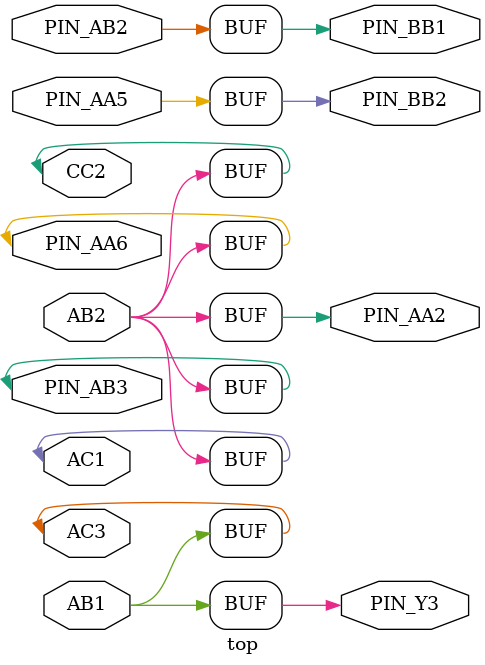
<source format=sv>
module top(
    output PIN_AA2,
    input AB2,
    output PIN_Y3,
    input AB1,
    output PIN_Y3,
    input AC3,
    output PIN_AA2,
    input AC1,
    output PIN_AA2,
    input PIN_AB3,
    output PIN_BB1,
    input PIN_AB2,
    output PIN_AA2,
    input PIN_AA6,
    output PIN_BB2,
    input PIN_AA5,
    output PIN_AA2,
    input CC2
);
assign PIN_AA2 = AB2;
assign PIN_Y3 = AB1;
assign PIN_Y3 = AC3;
assign PIN_AA2 = AC1;
assign PIN_AA2 = PIN_AB3;
assign PIN_BB1 = PIN_AB2;
assign PIN_AA2 = PIN_AA6;
assign PIN_BB2 = PIN_AA5;
assign PIN_AA2 = CC2;
endmodule

</source>
